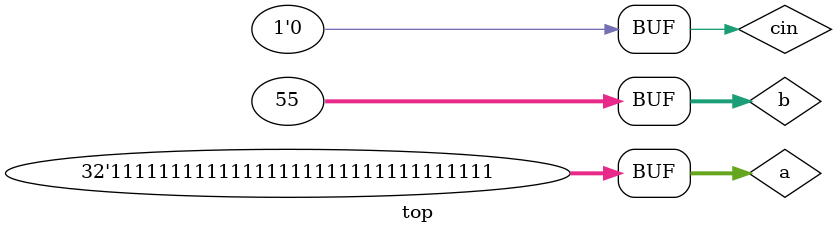
<source format=v>
`include "fast_adder.v"

module top;

    reg [31:0] a,b;
    reg cin;
    wire [31:0]sum;
    wire cout;

    adder32bit add (a,b,cin,sum,cout);

    initial
    begin
        cin=1'b0;a=32'd10;b=32'd10;
        #5 a=32'd200;
        #5 cin=1'b1;b=32'd750;
        #5 a=32'd1234;
        #5 cin=1'b0;b=32'd5678;
        #5 a=32'hffffffff; b=32'd55;
        #5;
    end

    initial

    begin
        // $monitor($time,"  a = %b, b = %b, cin = %b sum = %b, cout = %b",a,b,cin,sum,cout);
        $monitor($time,"  a = %d, b = %d, cin = %d sum = %d, cout = %d",a,b,cin,sum,cout);
        $dumpfile("adder.vcd");
        $dumpvars;
    end

endmodule

</source>
